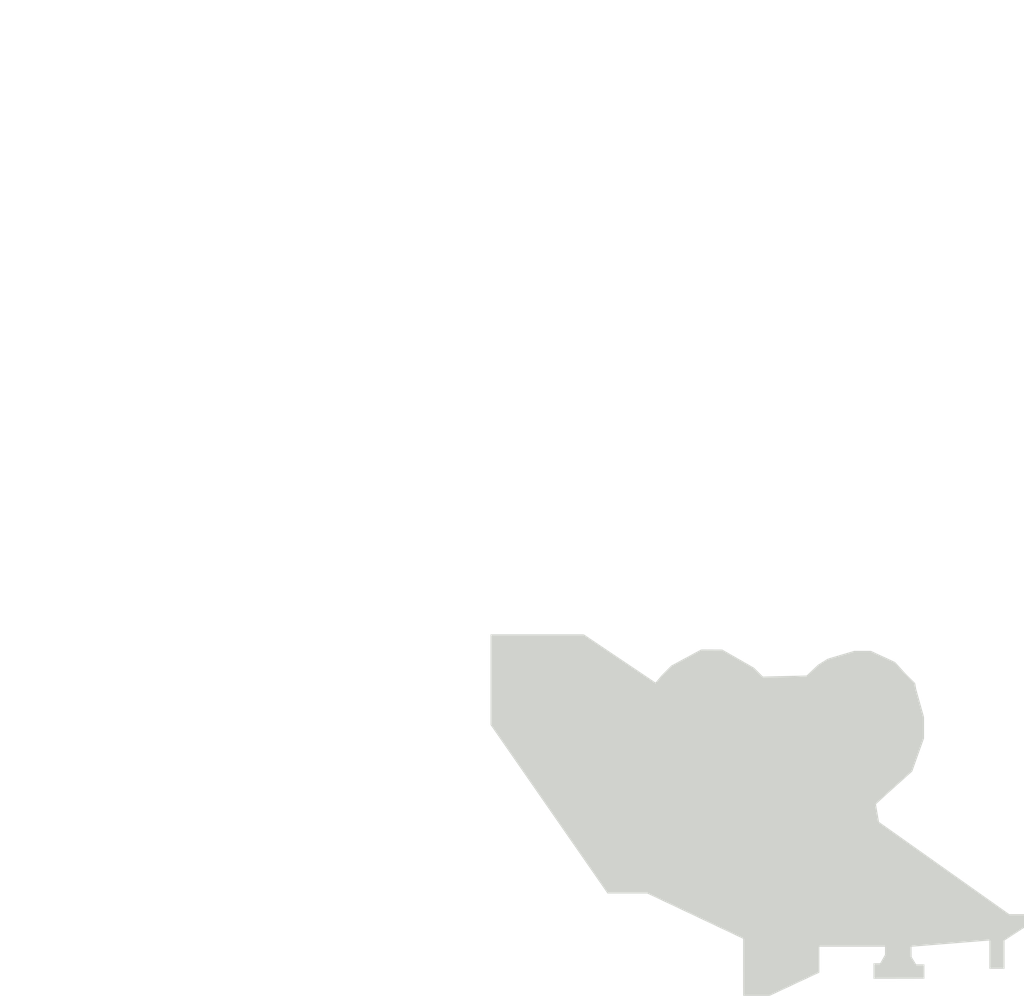
<source format=kicad_pcb>
(kicad_pcb
	(version 20241229)
	(generator "pcbnew")
	(generator_version "9.0")
	(general
		(thickness 1.6)
		(legacy_teardrops no)
	)
	(paper "A4")
	(layers
		(0 "F.Cu" signal)
		(2 "B.Cu" signal)
		(9 "F.Adhes" user "F.Adhesive")
		(11 "B.Adhes" user "B.Adhesive")
		(13 "F.Paste" user)
		(15 "B.Paste" user)
		(5 "F.SilkS" user "F.Silkscreen")
		(7 "B.SilkS" user "B.Silkscreen")
		(1 "F.Mask" user)
		(3 "B.Mask" user)
		(17 "Dwgs.User" user "User.Drawings")
		(19 "Cmts.User" user "User.Comments")
		(21 "Eco1.User" user "User.Eco1")
		(23 "Eco2.User" user "User.Eco2")
		(25 "Edge.Cuts" user)
		(27 "Margin" user)
		(31 "F.CrtYd" user "F.Courtyard")
		(29 "B.CrtYd" user "B.Courtyard")
		(35 "F.Fab" user)
		(33 "B.Fab" user)
		(39 "User.1" user)
		(41 "User.2" user)
		(43 "User.3" user)
		(45 "User.4" user)
	)
	(setup
		(pad_to_mask_clearance 0)
		(allow_soldermask_bridges_in_footprints no)
		(tenting front back)
		(pcbplotparams
			(layerselection 0x00000000_00000000_55555555_5755f5ff)
			(plot_on_all_layers_selection 0x00000000_00000000_00000000_00000000)
			(disableapertmacros no)
			(usegerberextensions yes)
			(usegerberattributes no)
			(usegerberadvancedattributes no)
			(creategerberjobfile no)
			(dashed_line_dash_ratio 12.000000)
			(dashed_line_gap_ratio 3.000000)
			(svgprecision 4)
			(plotframeref no)
			(mode 1)
			(useauxorigin no)
			(hpglpennumber 1)
			(hpglpenspeed 20)
			(hpglpendiameter 15.000000)
			(pdf_front_fp_property_popups yes)
			(pdf_back_fp_property_popups yes)
			(pdf_metadata yes)
			(pdf_single_document no)
			(dxfpolygonmode yes)
			(dxfimperialunits yes)
			(dxfusepcbnewfont yes)
			(psnegative no)
			(psa4output no)
			(plot_black_and_white yes)
			(plotinvisibletext no)
			(sketchpadsonfab no)
			(plotpadnumbers no)
			(hidednponfab no)
			(sketchdnponfab yes)
			(crossoutdnponfab yes)
			(subtractmaskfromsilk yes)
			(outputformat 1)
			(mirror no)
			(drillshape 0)
			(scaleselection 1)
			(outputdirectory "gerbers/")
		)
	)
	(net 0 "")
	(gr_poly
		(pts
			(xy 158.425 92.3) (xy 155.670093 94.975) (xy 150.35 105.075) (xy 146.3 105.075) (xy 139.425 94.375)
			(xy 136.825 91.65) (xy 130.75 86.3) (xy 117.3 78.125) (xy 114.6 75.975) (xy 110.4 69.475) (xy 108.925 59.65)
			(xy 108.925 52.475) (xy 104 52.475) (xy 104.025 104.45) (xy 110.175 104.45) (xy 140.15 116.152957)
			(xy 142.325 116.8) (xy 145.45 115.325) (xy 152.7 117.975) (xy 158.325 117.075) (xy 162.55 92.6)
		)
		(stroke
			(width 0)
			(type solid)
		)
		(fill yes)
		(layer "Edge.Cuts")
		(uuid "827ac060-4859-447d-b706-c79a8ace2196")
	)
	(gr_poly
		(pts
			(xy 73.05 46.725) (xy 73.05 44) (xy 78.675 39.6) (xy 81.5 39.6) (xy 85.25 45.075) (xy 85.3 48.325)
			(xy 79.9 52.275) (xy 76.775 52.275)
		)
		(stroke
			(width 0.1)
			(type solid)
		)
		(fill yes)
		(layer "Edge.Cuts")
		(uuid "96ae3fc0-876b-416e-8149-1877bffefacf")
	)
	(gr_poly
		(pts
			(xy 187.476071 63.162513) (xy 184.176071 72.437513) (xy 176.451071 79.362513) (xy 174.026071 81.612513)
			(xy 174.876071 86.562513) (xy 211.328093 112.387513) (xy 215.453092 112.387513) (xy 215.453092 116.212692)
			(xy 210.001071 119.762513) (xy 210.001071 127.687513) (xy 205.751071 127.687513) (xy 205.751071 119.762513)
			(xy 183.976071 121.512513) (xy 184.00469 124.374404) (xy 185.259571 126.437513) (xy 187.576071 126.437513)
			(xy 187.576071 130.462513) (xy 173.326071 130.487513) (xy 173.326071 126.137513) (xy 175.201071 126.137513)
			(xy 176.551071 123.737513) (xy 176.551071 121.512513) (xy 158.176071 121.512513) (xy 158.176071 128.762513)
			(xy 144.26332 135.262513) (xy 136.851071 135.262513) (xy 136.847252 119.287513) (xy 110.026071 106.612513)
			(xy 98.901071 106.612513) (xy 66.151071 59.387513) (xy 66.151071 34.037513) (xy 92.251071 34.037513)
			(xy 112.338571 47.550013) (xy 114.076071 45.462513) (xy 116.726071 42.787513) (xy 125.101071 38.262513)
			(xy 131.001071 38.287513) (xy 139.901071 43.387513) (xy 142.376071 45.862513) (xy 154.626071 45.562513)
			(xy 157.776071 42.562513) (xy 160.501071 40.862513) (xy 167.926071 38.662513) (xy 172.601071 38.662513)
			(xy 179.380895 41.787513) (xy 182.426071 45.162513) (xy 185.001071 47.712513) (xy 185.276071 49.312513)
			(xy 187.476071 57.212513)
		)
		(stroke
			(width 0)
			(type solid)
		)
		(fill yes)
		(layer "Edge.Cuts")
		(uuid "c9987891-88d0-4f29-86ff-d7258e4fce2b")
	)
	(gr_circle
		(center -69.110228 -141.562398)
		(end -69.110228 -143.537398)
		(stroke
			(width 0.1)
			(type default)
		)
		(fill no)
		(layer "User.1")
		(uuid "6c4a04fc-0a90-45f9-9888-e61ef877183c")
	)
	(embedded_fonts no)
)

</source>
